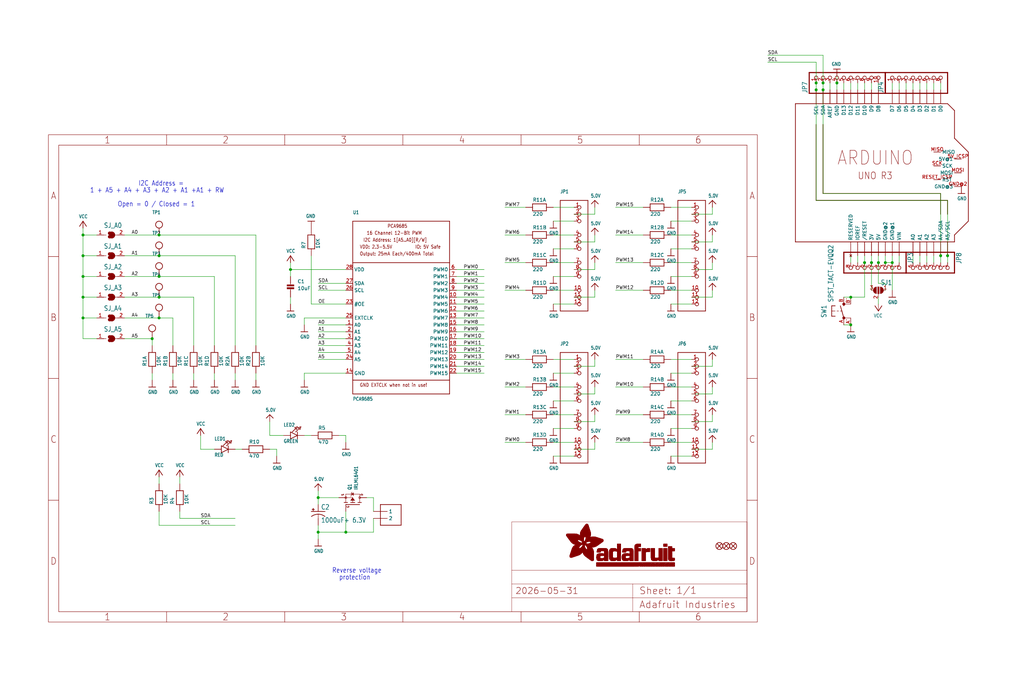
<source format=kicad_sch>
(kicad_sch (version 20230121) (generator eeschema)
  (paper "User" 376.047 248.514)
  (lib_symbols
    (symbol "working-eagle-import:5.0V" (power)
      (property "Value" "5.0V" (at -1.524 3.556 0))
      (symbol "5.0V_1_0"
        (pin power_in line (at 0 0 90) (length 2.54) (name "5.0V") (number "1"))
      )
    )
    (symbol "working-eagle-import:ARDUINO_R3_ICSP"
      (symbol "ARDUINO_R3_ICSP_1_0"
        (text "ARDUINO" (at 15.24 27.94 0) (effects (font (size 5.08 4.318)) (justify left bottom)))
        (text "UNO R3" (at 22.86 22.86 0) (effects (font (size 2.54 2.159)) (justify left bottom)))
        (pin power_in line (at 27.94 -5.08 90) (length 5.08) (name "3V") (number "3V"))
        (pin power_in line (at 30.48 -5.08 90) (length 5.08) (name "5V") (number "5V"))
        (pin passive line (at 60.96 30.48 180) (length 2.54) (name "5V@1") (number "5V_ICSP"))
        (pin bidirectional line (at 43.18 -5.08 90) (length 5.08) (name "A0") (number "A0"))
        (pin bidirectional line (at 45.72 -5.08 90) (length 5.08) (name "A1") (number "A1"))
        (pin bidirectional line (at 48.26 -5.08 90) (length 5.08) (name "A2") (number "A2"))
        (pin bidirectional line (at 50.8 -5.08 90) (length 5.08) (name "A3") (number "A3"))
        (pin bidirectional line (at 53.34 -5.08 90) (length 5.08) (name "A4/SDA") (number "A4"))
        (pin bidirectional line (at 55.88 -5.08 90) (length 5.08) (name "A5/SCL") (number "A5"))
        (pin bidirectional line (at 12.7 55.88 270) (length 5.08) (name "AREF") (number "AREF"))
        (pin bidirectional line (at 53.34 55.88 270) (length 5.08) (name "D0") (number "D0"))
        (pin bidirectional line (at 50.8 55.88 270) (length 5.08) (name "D1") (number "D1"))
        (pin bidirectional line (at 25.4 55.88 270) (length 5.08) (name "D10") (number "D10"))
        (pin bidirectional line (at 22.86 55.88 270) (length 5.08) (name "D11") (number "D11"))
        (pin bidirectional line (at 20.32 55.88 270) (length 5.08) (name "D12") (number "D12"))
        (pin bidirectional line (at 17.78 55.88 270) (length 5.08) (name "D13") (number "D13"))
        (pin bidirectional line (at 48.26 55.88 270) (length 5.08) (name "D2") (number "D2"))
        (pin bidirectional line (at 45.72 55.88 270) (length 5.08) (name "D3") (number "D3"))
        (pin bidirectional line (at 43.18 55.88 270) (length 5.08) (name "D4") (number "D4"))
        (pin bidirectional line (at 40.64 55.88 270) (length 5.08) (name "D5") (number "D5"))
        (pin bidirectional line (at 38.1 55.88 270) (length 5.08) (name "D6") (number "D6"))
        (pin bidirectional line (at 35.56 55.88 270) (length 5.08) (name "D7") (number "D7"))
        (pin bidirectional line (at 30.48 55.88 270) (length 5.08) (name "D8") (number "D8"))
        (pin bidirectional line (at 27.94 55.88 270) (length 5.08) (name "D9") (number "D9"))
        (pin power_in line (at 15.24 55.88 270) (length 5.08) (name "GND") (number "GND"))
        (pin power_in line (at 33.02 -5.08 90) (length 5.08) (name "GND@2") (number "GND@1"))
        (pin passive line (at 60.96 20.32 180) (length 2.54) (name "GND@3") (number "GND@2"))
        (pin power_in line (at 35.56 -5.08 90) (length 5.08) (name "GND@1") (number "GND@3"))
        (pin output line (at 22.86 -5.08 90) (length 5.08) (name "IOREF") (number "IOREF"))
        (pin passive line (at 50.8 33.02 0) (length 2.54) (name "MISO") (number "MISO"))
        (pin passive line (at 60.96 25.4 180) (length 2.54) (name "MOSI") (number "MOSI"))
        (pin no_connect line (at 20.32 -5.08 90) (length 5.08) (name "RESERVED") (number "RESERVED"))
        (pin bidirectional line (at 25.4 -5.08 90) (length 5.08) (name "/RESET") (number "RESET"))
        (pin passive line (at 50.8 22.86 0) (length 2.54) (name "RST") (number "RESET_ICSP"))
        (pin passive line (at 50.8 27.94 0) (length 2.54) (name "SCK") (number "SCK"))
        (pin bidirectional line (at 7.62 55.88 270) (length 5.08) (name "SCL") (number "SCL"))
        (pin bidirectional line (at 10.16 55.88 270) (length 5.08) (name "SDA") (number "SDA"))
        (pin power_in line (at 38.1 -5.08 90) (length 5.08) (name "VIN") (number "VIN"))
      )
    )
    (symbol "working-eagle-import:CAP_CERAMIC0805"
      (property "Reference" "C" (at 2.54 2.54 0))
      (symbol "CAP_CERAMIC0805_1_0"
        (pin passive line (at 0 5.08 270) (length 2.54) (name "P$1") (number "1"))
        (pin passive line (at 0 -2.54 90) (length 2.54) (name "P$2") (number "2"))
      )
    )
    (symbol "working-eagle-import:CPOL-USE3.5-10"
      (property "Reference" "C" (at 1.016 0.635 0))
      (symbol "CPOL-USE3.5-10_1_0"
        (pin passive line (at 0 2.54 270) (length 2.54) (name "+") (number "+"))
        (pin passive line (at 0 -5.08 90) (length 2.54) (name "-") (number "-"))
      )
    )
    (symbol "working-eagle-import:FIDUCIAL{dblquote}{dblquote}")
    (symbol "working-eagle-import:FRAME_A4_ADAFRUIT"
      (symbol "FRAME_A4_ADAFRUIT_1_0"
        (text "${#}/${##}" (at 230.505 10.16 0) (effects (font (size 2.54 2.54)) (justify left bottom)))
        (text "${CURRENT_DATE}" (at 171.45 10.16 0) (effects (font (size 2.286 2.286)) (justify left bottom)))
        (text "${PROJECTNAME}" (at 171.45 15.24 0) (effects (font (size 2.54 2.54)) (justify left bottom)))
        (text "1" (at 21.6958 1.905 0) (effects (font (size 2.54 2.286))))
        (text "1" (at 21.6958 177.165 0) (effects (font (size 2.54 2.286))))
        (text "2" (at 65.0875 1.905 0) (effects (font (size 2.54 2.286))))
        (text "2" (at 65.0875 177.165 0) (effects (font (size 2.54 2.286))))
        (text "3" (at 108.4792 1.905 0) (effects (font (size 2.54 2.286))))
        (text "3" (at 108.4792 177.165 0) (effects (font (size 2.54 2.286))))
        (text "4" (at 151.8708 1.905 0) (effects (font (size 2.54 2.286))))
        (text "4" (at 151.8708 177.165 0) (effects (font (size 2.54 2.286))))
        (text "5" (at 195.2625 1.905 0) (effects (font (size 2.54 2.286))))
        (text "5" (at 195.2625 177.165 0) (effects (font (size 2.54 2.286))))
        (text "6" (at 238.6542 1.905 0) (effects (font (size 2.54 2.286))))
        (text "6" (at 238.6542 177.165 0) (effects (font (size 2.54 2.286))))
        (text "A" (at 1.905 156.6863 0) (effects (font (size 2.54 2.286))))
        (text "A" (at 258.445 156.6863 0) (effects (font (size 2.54 2.286))))
        (text "Adafruit Industries" (at 216.916 4.953 0) (effects (font (size 2.54 2.54)) (justify left bottom)))
        (text "B" (at 1.905 111.9188 0) (effects (font (size 2.54 2.286))))
        (text "B" (at 258.445 111.9188 0) (effects (font (size 2.54 2.286))))
        (text "C" (at 1.905 67.1513 0) (effects (font (size 2.54 2.286))))
        (text "C" (at 258.445 67.1513 0) (effects (font (size 2.54 2.286))))
        (text "D" (at 1.905 22.3838 0) (effects (font (size 2.54 2.286))))
        (text "D" (at 258.445 22.3838 0) (effects (font (size 2.54 2.286))))
        (text "Sheet:" (at 216.916 10.033 0) (effects (font (size 2.54 2.54)) (justify left bottom)))
      )
    )
    (symbol "working-eagle-import:GND" (power)
      (property "Value" "GND" (at -1.524 -2.54 0))
      (symbol "GND_1_0"
        (pin power_in line (at 0 2.54 270) (length 2.54) (name "GND") (number "1"))
      )
    )
    (symbol "working-eagle-import:HEADER-1X1070MIL"
      (property "Reference" "JP" (at -6.35 13.335 0))
      (symbol "HEADER-1X1070MIL_1_0"
        (pin passive inverted (at -2.54 10.16 0) (length 2.54) (name "1") (number "1"))
        (pin passive inverted (at -2.54 -12.7 0) (length 2.54) (name "10") (number "10"))
        (pin passive inverted (at -2.54 7.62 0) (length 2.54) (name "2") (number "2"))
        (pin passive inverted (at -2.54 5.08 0) (length 2.54) (name "3") (number "3"))
        (pin passive inverted (at -2.54 2.54 0) (length 2.54) (name "4") (number "4"))
        (pin passive inverted (at -2.54 0 0) (length 2.54) (name "5") (number "5"))
        (pin passive inverted (at -2.54 -2.54 0) (length 2.54) (name "6") (number "6"))
        (pin passive inverted (at -2.54 -5.08 0) (length 2.54) (name "7") (number "7"))
        (pin passive inverted (at -2.54 -7.62 0) (length 2.54) (name "8") (number "8"))
        (pin passive inverted (at -2.54 -10.16 0) (length 2.54) (name "9") (number "9"))
      )
    )
    (symbol "working-eagle-import:HEADER-3X04"
      (property "Reference" "JP" (at -5.08 22.86 0))
      (symbol "HEADER-3X04_1_0"
        (pin passive inverted (at 0 17.78 0) (length 2.54) (name "1") (number "1"))
        (pin passive inverted (at 0 -12.7 0) (length 2.54) (name "10") (number "10"))
        (pin passive inverted (at 0 -15.24 0) (length 2.54) (name "11") (number "11"))
        (pin passive inverted (at 0 -17.78 0) (length 2.54) (name "12") (number "12"))
        (pin passive inverted (at 0 15.24 0) (length 2.54) (name "2") (number "2"))
        (pin passive inverted (at 0 12.7 0) (length 2.54) (name "3") (number "3"))
        (pin passive inverted (at 0 7.62 0) (length 2.54) (name "4") (number "4"))
        (pin passive inverted (at 0 5.08 0) (length 2.54) (name "5") (number "5"))
        (pin passive inverted (at 0 2.54 0) (length 2.54) (name "6") (number "6"))
        (pin passive inverted (at 0 -2.54 0) (length 2.54) (name "7") (number "7"))
        (pin passive inverted (at 0 -5.08 0) (length 2.54) (name "8") (number "8"))
        (pin passive inverted (at 0 -7.62 0) (length 2.54) (name "9") (number "9"))
      )
    )
    (symbol "working-eagle-import:LED0805"
      (property "Reference" "LED" (at -5.08 3.175 0))
      (symbol "LED0805_1_0"
        (pin passive line (at -5.08 0 0) (length 2.54) (name "A") (number "A"))
        (pin passive line (at 2.54 0 180) (length 2.54) (name "C") (number "C"))
      )
    )
    (symbol "working-eagle-import:MOSFET-PWIDE"
      (property "Reference" "Q" (at 2.794 0.381 0))
      (symbol "MOSFET-PWIDE_1_0"
        (text "D" (at 0.635 -3.81 0) (effects (font (size 0.8128 0.6908)) (justify left bottom)))
        (text "G" (at -3.81 1.27 0) (effects (font (size 0.8128 0.6908)) (justify left bottom)))
        (text "S" (at 0.635 3.175 0) (effects (font (size 0.8128 0.6908)) (justify left bottom)))
        (pin passive line (at -5.08 2.54 0) (length 2.54) (name "G") (number "1"))
        (pin passive line (at 0 5.08 270) (length 2.54) (name "S") (number "2"))
        (pin passive line (at 0 -5.08 90) (length 2.54) (name "D") (number "3"))
      )
    )
    (symbol "working-eagle-import:PCA9685"
      (property "Reference" "U" (at -17.78 35.56 0))
      (symbol "PCA9685_1_0"
        (text "16 Channel 12-Bit PWM" (at -12.7 27.94 0) (effects (font (size 1.27 1.0795)) (justify left bottom)))
        (text "GND EXTCLK when not in use!" (at -15.24 -27.94 0) (effects (font (size 1.27 1.0795)) (justify left bottom)))
        (text "I2C Address: 1[A5..A0][R/W]" (at -13.97 25.4 0) (effects (font (size 1.27 1.0795)) (justify left bottom)))
        (text "IO: 5V Safe" (at 5.08 22.86 0) (effects (font (size 1.27 1.0795)) (justify left bottom)))
        (text "Output: 25mA Each/400mA Total" (at -15.24 20.32 0) (effects (font (size 1.27 1.0795)) (justify left bottom)))
        (text "PCA9685" (at -5.08 30.48 0) (effects (font (size 1.27 1.0795)) (justify left bottom)))
        (text "VDD: 2.3-5.5V" (at -15.24 22.86 0) (effects (font (size 1.27 1.0795)) (justify left bottom)))
        (pin bidirectional line (at -20.32 -5.08 0) (length 2.54) (name "A0") (number "1"))
        (pin output line (at 20.32 5.08 180) (length 2.54) (name "PWM4") (number "10"))
        (pin output line (at 20.32 2.54 180) (length 2.54) (name "PWM5") (number "11"))
        (pin output line (at 20.32 0 180) (length 2.54) (name "PWM6") (number "12"))
        (pin output line (at 20.32 -2.54 180) (length 2.54) (name "PWM7") (number "13"))
        (pin power_in line (at -20.32 -22.86 0) (length 2.54) (name "GND") (number "14"))
        (pin output line (at 20.32 -5.08 180) (length 2.54) (name "PWM8") (number "15"))
        (pin output line (at 20.32 -7.62 180) (length 2.54) (name "PWM9") (number "16"))
        (pin output line (at 20.32 -10.16 180) (length 2.54) (name "PWM10") (number "17"))
        (pin output line (at 20.32 -12.7 180) (length 2.54) (name "PWM11") (number "18"))
        (pin output line (at 20.32 -15.24 180) (length 2.54) (name "PWM12") (number "19"))
        (pin bidirectional line (at -20.32 -7.62 0) (length 2.54) (name "A1") (number "2"))
        (pin output line (at 20.32 -17.78 180) (length 2.54) (name "PWM13") (number "20"))
        (pin output line (at 20.32 -20.32 180) (length 2.54) (name "PWM14") (number "21"))
        (pin output line (at 20.32 -22.86 180) (length 2.54) (name "PWM15") (number "22"))
        (pin input line (at -20.32 2.54 0) (length 2.54) (name "#OE") (number "23"))
        (pin bidirectional line (at -20.32 -17.78 0) (length 2.54) (name "A5") (number "24"))
        (pin input line (at -20.32 -2.54 0) (length 2.54) (name "EXTCLK") (number "25"))
        (pin bidirectional line (at -20.32 7.62 0) (length 2.54) (name "SCL") (number "26"))
        (pin bidirectional line (at -20.32 10.16 0) (length 2.54) (name "SDA") (number "27"))
        (pin power_in line (at -20.32 15.24 0) (length 2.54) (name "VDD") (number "28"))
        (pin bidirectional line (at -20.32 -10.16 0) (length 2.54) (name "A2") (number "3"))
        (pin bidirectional line (at -20.32 -12.7 0) (length 2.54) (name "A3") (number "4"))
        (pin bidirectional line (at -20.32 -15.24 0) (length 2.54) (name "A4") (number "5"))
        (pin output line (at 20.32 15.24 180) (length 2.54) (name "PWM0") (number "6"))
        (pin output line (at 20.32 12.7 180) (length 2.54) (name "PWM1") (number "7"))
        (pin output line (at 20.32 10.16 180) (length 2.54) (name "PWM2") (number "8"))
        (pin output line (at 20.32 7.62 180) (length 2.54) (name "PWM3") (number "9"))
      )
    )
    (symbol "working-eagle-import:PINHD-1X6CB"
      (property "Reference" "JP" (at -6.35 10.795 0))
      (symbol "PINHD-1X6CB_1_0"
        (pin passive inverted (at -2.54 7.62 0) (length 2.54) (name "1") (number "1"))
        (pin passive inverted (at -2.54 5.08 0) (length 2.54) (name "2") (number "2"))
        (pin passive inverted (at -2.54 2.54 0) (length 2.54) (name "3") (number "3"))
        (pin passive inverted (at -2.54 0 0) (length 2.54) (name "4") (number "4"))
        (pin passive inverted (at -2.54 -2.54 0) (length 2.54) (name "5") (number "5"))
        (pin passive inverted (at -2.54 -5.08 0) (length 2.54) (name "6") (number "6"))
      )
    )
    (symbol "working-eagle-import:PINHD-1X8CLEANBIG"
      (property "Reference" "JP" (at -6.35 10.795 0))
      (symbol "PINHD-1X8CLEANBIG_1_0"
        (pin passive inverted (at -2.54 7.62 0) (length 2.54) (name "1") (number "1"))
        (pin passive inverted (at -2.54 5.08 0) (length 2.54) (name "2") (number "2"))
        (pin passive inverted (at -2.54 2.54 0) (length 2.54) (name "3") (number "3"))
        (pin passive inverted (at -2.54 0 0) (length 2.54) (name "4") (number "4"))
        (pin passive inverted (at -2.54 -2.54 0) (length 2.54) (name "5") (number "5"))
        (pin passive inverted (at -2.54 -5.08 0) (length 2.54) (name "6") (number "6"))
        (pin passive inverted (at -2.54 -7.62 0) (length 2.54) (name "7") (number "7"))
        (pin passive inverted (at -2.54 -10.16 0) (length 2.54) (name "8") (number "8"))
      )
    )
    (symbol "working-eagle-import:RESISTOR0805"
      (property "Reference" "R" (at -2.54 2.032 0))
      (symbol "RESISTOR0805_1_0"
        (pin passive line (at -5.08 0 0) (length 2.54) (name "1") (number "1"))
        (pin passive line (at 5.08 0 180) (length 2.54) (name "2") (number "2"))
      )
    )
    (symbol "working-eagle-import:RESISTOR_4PACK"
      (property "Reference" "R" (at -2.54 2.032 0))
      (symbol "RESISTOR_4PACK_1_0"
        (pin passive line (at -5.08 0 0) (length 2.54) (name "1") (number "1"))
        (pin passive line (at 5.08 0 180) (length 2.54) (name "2") (number "8"))
      )
      (symbol "RESISTOR_4PACK_2_0"
        (pin passive line (at -5.08 0 0) (length 2.54) (name "1") (number "2"))
        (pin passive line (at 5.08 0 180) (length 2.54) (name "2") (number "7"))
      )
      (symbol "RESISTOR_4PACK_3_0"
        (pin passive line (at -5.08 0 0) (length 2.54) (name "1") (number "3"))
        (pin passive line (at 5.08 0 180) (length 2.54) (name "2") (number "6"))
      )
      (symbol "RESISTOR_4PACK_4_0"
        (pin passive line (at -5.08 0 0) (length 2.54) (name "1") (number "4"))
        (pin passive line (at 5.08 0 180) (length 2.54) (name "2") (number "5"))
      )
    )
    (symbol "working-eagle-import:SOLDERJUMPERREFLOW_NOPASTE"
      (property "Reference" "SJ" (at -2.54 2.54 0))
      (symbol "SOLDERJUMPERREFLOW_NOPASTE_1_0"
        (pin passive line (at -5.08 0 0) (length 2.54) (name "1") (number "1"))
        (pin passive line (at 5.08 0 180) (length 2.54) (name "2") (number "2"))
      )
    )
    (symbol "working-eagle-import:SOLDERJUMPER_2WAY"
      (property "Reference" "SJ" (at -5.08 -3.81 0))
      (symbol "SOLDERJUMPER_2WAY_1_0"
        (pin passive line (at -2.54 0 0) (length 0) (name "1") (number "1"))
        (pin passive line (at 0 2.54 270) (length 0) (name "2") (number "2"))
        (pin passive line (at 2.54 0 180) (length 0) (name "3") (number "3"))
      )
    )
    (symbol "working-eagle-import:SPST_TACT-EVQQ2"
      (property "Reference" "SW" (at -6.35 -2.54 90))
      (symbol "SPST_TACT-EVQQ2_1_0"
        (pin passive line (at 0 -5.08 90) (length 2.54) (name "P") (number "A"))
        (pin passive line (at 2.54 -5.08 90) (length 2.54) (name "P1") (number "A'"))
        (pin passive line (at 0 5.08 270) (length 2.54) (name "S") (number "B"))
        (pin passive line (at 2.54 5.08 270) (length 2.54) (name "S1") (number "B'"))
      )
    )
    (symbol "working-eagle-import:TERMBLOCK_1X2-3.5MM"
      (symbol "TERMBLOCK_1X2-3.5MM_1_0"
        (pin passive line (at -5.08 2.54 0) (length 5.08) (name "1") (number "1"))
        (pin passive line (at -5.08 0 0) (length 5.08) (name "2") (number "2"))
      )
    )
    (symbol "working-eagle-import:TESTPOINTROUND2MM"
      (property "Reference" "TP" (at -2.54 7.62 0))
      (symbol "TESTPOINTROUND2MM_1_0"
        (pin bidirectional line (at 0 0 90) (length 2.54) (name "P$1") (number "P$1"))
      )
    )
    (symbol "working-eagle-import:VCC" (power)
      (property "Value" "VCC" (at -1.524 3.556 0))
      (symbol "VCC_1_0"
        (pin power_in line (at 0 0 90) (length 2.54) (name "VCC") (number "1"))
      )
    )
  )
  (junction (at 58.42 101.6))
  (junction (at 312.42 119.38))
  (junction (at 58.42 116.84))
  (junction (at 30.48 93.98))
  (junction (at 307.34 30.48))
  (junction (at 58.42 109.22))
  (junction (at 58.42 86.36))
  (junction (at 345.44 93.98))
  (junction (at 299.72 30.48))
  (junction (at 106.68 99.06))
  (junction (at 127 195.58))
  (junction (at 30.48 116.84))
  (junction (at 347.98 93.98))
  (junction (at 320.04 96.52))
  (junction (at 55.88 124.46))
  (junction (at 30.48 109.22))
  (junction (at 312.42 109.22))
  (junction (at 325.12 96.52))
  (junction (at 116.84 182.88))
  (junction (at 30.48 86.36))
  (junction (at 302.26 30.48))
  (junction (at 30.48 101.6))
  (junction (at 116.84 195.58))
  (junction (at 58.42 93.98))
  (junction (at 299.72 33.02))
  (junction (at 302.26 33.02))
  (junction (at 317.5 96.52))
  (junction (at 327.66 96.52))
  (junction (at 322.58 96.52))
  (wire (pts (xy 320.04 106.68) (xy 320.04 96.52)) (stroke (width 0.1524)))
  (wire (pts (xy 106.68 109.22) (xy 106.68 111.76)) (stroke (width 0.1524)))
  (wire (pts (xy 203.2 152.4) (xy 210.82 152.4)) (stroke (width 0.1524)))
  (wire (pts (xy 210.82 154.94) (xy 218.44 154.94)) (stroke (width 0.1524)))
  (wire (pts (xy 254 111.76) (xy 246.38 111.76)) (stroke (width 0.1524)))
  (wire (pts (xy 93.98 86.36) (xy 93.98 127)) (stroke (width 0.1524)))
  (wire (pts (xy 35.56 116.84) (xy 30.48 116.84)) (stroke (width 0.1524)))
  (wire (pts (xy 127 160.02) (xy 127 162.56)) (stroke (width 0.1524)))
  (wire (pts (xy 127 127) (xy 116.84 127)) (stroke (width 0.1524)))
  (wire (pts (xy 254 109.22) (xy 261.62 109.22)) (stroke (width 0.1524)))
  (wire (pts (xy 127 104.14) (xy 116.84 104.14)) (stroke (width 0.1524)))
  (wire (pts (xy 327.66 96.52) (xy 327.66 93.98)) (stroke (width 0.1524)))
  (wire (pts (xy 167.64 121.92) (xy 177.8 121.92)) (stroke (width 0.1524)))
  (wire (pts (xy 307.34 30.48) (xy 307.34 33.02)) (stroke (width 0.1524)))
  (wire (pts (xy 299.72 33.02) (xy 299.72 73.66)) (stroke (width 0.1524)))
  (wire (pts (xy 127 137.16) (xy 111.76 137.16)) (stroke (width 0.1524)))
  (wire (pts (xy 254 154.94) (xy 261.62 154.94)) (stroke (width 0.1524)))
  (wire (pts (xy 116.84 182.88) (xy 116.84 185.42)) (stroke (width 0.1524)))
  (wire (pts (xy 302.26 71.12) (xy 302.26 33.02)) (stroke (width 0.1524)))
  (wire (pts (xy 30.48 109.22) (xy 30.48 101.6)) (stroke (width 0.1524)))
  (wire (pts (xy 320.04 96.52) (xy 320.04 93.98)) (stroke (width 0.1524)))
  (wire (pts (xy 210.82 144.78) (xy 218.44 144.78)) (stroke (width 0.1524)))
  (wire (pts (xy 203.2 162.56) (xy 210.82 162.56)) (stroke (width 0.1524)))
  (wire (pts (xy 58.42 86.36) (xy 93.98 86.36)) (stroke (width 0.1524)))
  (wire (pts (xy 58.42 177.8) (xy 58.42 175.26)) (stroke (width 0.1524)))
  (wire (pts (xy 203.2 106.68) (xy 210.82 106.68)) (stroke (width 0.1524)))
  (wire (pts (xy 335.28 96.52) (xy 335.28 93.98)) (stroke (width 0.1524)))
  (wire (pts (xy 71.12 109.22) (xy 71.12 127)) (stroke (width 0.1524)))
  (wire (pts (xy 246.38 96.52) (xy 254 96.52)) (stroke (width 0.1524)))
  (wire (pts (xy 167.64 134.62) (xy 177.8 134.62)) (stroke (width 0.1524)))
  (wire (pts (xy 254 137.16) (xy 246.38 137.16)) (stroke (width 0.1524)))
  (wire (pts (xy 340.36 30.48) (xy 340.36 33.02)) (stroke (width 0.1524)))
  (wire (pts (xy 332.74 30.48) (xy 332.74 33.02)) (stroke (width 0.1524)))
  (wire (pts (xy 210.82 157.48) (xy 203.2 157.48)) (stroke (width 0.1524)))
  (wire (pts (xy 114.3 111.76) (xy 114.3 93.98)) (stroke (width 0.1524)))
  (wire (pts (xy 309.88 30.48) (xy 309.88 33.02)) (stroke (width 0.1524)))
  (wire (pts (xy 45.72 93.98) (xy 58.42 93.98)) (stroke (width 0.1524)))
  (wire (pts (xy 304.8 30.48) (xy 304.8 33.02)) (stroke (width 0.1524)))
  (wire (pts (xy 134.62 182.88) (xy 137.16 182.88)) (stroke (width 0.1524)))
  (wire (pts (xy 111.76 160.02) (xy 114.3 160.02)) (stroke (width 0.1524)))
  (wire (pts (xy 45.72 116.84) (xy 58.42 116.84)) (stroke (width 0.1524)))
  (wire (pts (xy 127 106.68) (xy 116.84 106.68)) (stroke (width 0.1524)))
  (wire (pts (xy 55.88 124.46) (xy 55.88 127)) (stroke (width 0.1524)))
  (wire (pts (xy 312.42 30.48) (xy 312.42 33.02)) (stroke (width 0.1524)))
  (wire (pts (xy 127 129.54) (xy 116.84 129.54)) (stroke (width 0.1524)))
  (wire (pts (xy 193.04 106.68) (xy 185.42 106.68)) (stroke (width 0.1524)))
  (wire (pts (xy 246.38 76.2) (xy 254 76.2)) (stroke (width 0.1524)))
  (wire (pts (xy 86.36 193.04) (xy 58.42 193.04)) (stroke (width 0.1524)))
  (wire (pts (xy 203.2 86.36) (xy 210.82 86.36)) (stroke (width 0.1524)))
  (wire (pts (xy 299.72 22.86) (xy 281.94 22.86)) (stroke (width 0.1524)))
  (wire (pts (xy 317.5 30.48) (xy 317.5 33.02)) (stroke (width 0.1524)))
  (wire (pts (xy 35.56 109.22) (xy 30.48 109.22)) (stroke (width 0.1524)))
  (wire (pts (xy 193.04 152.4) (xy 185.42 152.4)) (stroke (width 0.1524)))
  (wire (pts (xy 322.58 104.14) (xy 325.12 104.14)) (stroke (width 0.1524)))
  (wire (pts (xy 314.96 30.48) (xy 314.96 33.02)) (stroke (width 0.1524)))
  (wire (pts (xy 330.2 30.48) (xy 330.2 33.02)) (stroke (width 0.1524)))
  (wire (pts (xy 327.66 30.48) (xy 327.66 33.02)) (stroke (width 0.1524)))
  (wire (pts (xy 58.42 93.98) (xy 86.36 93.98)) (stroke (width 0.1524)))
  (wire (pts (xy 167.64 114.3) (xy 177.8 114.3)) (stroke (width 0.1524)))
  (wire (pts (xy 236.22 152.4) (xy 226.06 152.4)) (stroke (width 0.1524)))
  (wire (pts (xy 127 195.58) (xy 137.16 195.58)) (stroke (width 0.1524)))
  (wire (pts (xy 345.44 71.12) (xy 302.26 71.12)) (stroke (width 0.1524)))
  (wire (pts (xy 325.12 96.52) (xy 327.66 96.52)) (stroke (width 0.1524)))
  (wire (pts (xy 314.96 96.52) (xy 314.96 93.98)) (stroke (width 0.1524)))
  (wire (pts (xy 246.38 106.68) (xy 254 106.68)) (stroke (width 0.1524)))
  (wire (pts (xy 254 101.6) (xy 246.38 101.6)) (stroke (width 0.1524)))
  (wire (pts (xy 193.04 96.52) (xy 185.42 96.52)) (stroke (width 0.1524)))
  (wire (pts (xy 218.44 165.1) (xy 218.44 162.56)) (stroke (width 0.1524)))
  (wire (pts (xy 30.48 101.6) (xy 30.48 93.98)) (stroke (width 0.1524)))
  (wire (pts (xy 101.6 165.1) (xy 101.6 167.64)) (stroke (width 0.1524)))
  (wire (pts (xy 45.72 101.6) (xy 58.42 101.6)) (stroke (width 0.1524)))
  (wire (pts (xy 218.44 134.62) (xy 218.44 132.08)) (stroke (width 0.1524)))
  (wire (pts (xy 312.42 109.22) (xy 317.5 109.22)) (stroke (width 0.1524)))
  (wire (pts (xy 167.64 116.84) (xy 177.8 116.84)) (stroke (width 0.1524)))
  (wire (pts (xy 167.64 109.22) (xy 177.8 109.22)) (stroke (width 0.1524)))
  (wire (pts (xy 218.44 154.94) (xy 218.44 152.4)) (stroke (width 0.1524)))
  (wire (pts (xy 106.68 99.06) (xy 106.68 101.6)) (stroke (width 0.1524)))
  (wire (pts (xy 320.04 30.48) (xy 320.04 33.02)) (stroke (width 0.1524)))
  (wire (pts (xy 127 187.96) (xy 127 195.58)) (stroke (width 0.1524)))
  (wire (pts (xy 193.04 132.08) (xy 185.42 132.08)) (stroke (width 0.1524)))
  (wire (pts (xy 45.72 86.36) (xy 58.42 86.36)) (stroke (width 0.1524)))
  (wire (pts (xy 299.72 30.48) (xy 299.72 33.02)) (stroke (width 0.1524)))
  (wire (pts (xy 35.56 93.98) (xy 30.48 93.98)) (stroke (width 0.1524)))
  (wire (pts (xy 246.38 142.24) (xy 254 142.24)) (stroke (width 0.1524)))
  (wire (pts (xy 218.44 144.78) (xy 218.44 142.24)) (stroke (width 0.1524)))
  (wire (pts (xy 337.82 30.48) (xy 337.82 33.02)) (stroke (width 0.1524)))
  (wire (pts (xy 210.82 91.44) (xy 203.2 91.44)) (stroke (width 0.1524)))
  (wire (pts (xy 86.36 165.1) (xy 88.9 165.1)) (stroke (width 0.1524)))
  (wire (pts (xy 261.62 99.06) (xy 261.62 96.52)) (stroke (width 0.1524)))
  (wire (pts (xy 322.58 111.76) (xy 322.58 109.22)) (stroke (width 0.1524)))
  (wire (pts (xy 340.36 96.52) (xy 340.36 93.98)) (stroke (width 0.1524)))
  (wire (pts (xy 210.82 101.6) (xy 203.2 101.6)) (stroke (width 0.1524)))
  (wire (pts (xy 246.38 132.08) (xy 254 132.08)) (stroke (width 0.1524)))
  (wire (pts (xy 99.06 160.02) (xy 99.06 154.94)) (stroke (width 0.1524)))
  (wire (pts (xy 63.5 137.16) (xy 63.5 139.7)) (stroke (width 0.1524)))
  (wire (pts (xy 246.38 162.56) (xy 254 162.56)) (stroke (width 0.1524)))
  (wire (pts (xy 254 134.62) (xy 261.62 134.62)) (stroke (width 0.1524)))
  (wire (pts (xy 116.84 180.34) (xy 116.84 182.88)) (stroke (width 0.1524)))
  (wire (pts (xy 210.82 111.76) (xy 203.2 111.76)) (stroke (width 0.1524)))
  (wire (pts (xy 167.64 129.54) (xy 177.8 129.54)) (stroke (width 0.1524)))
  (wire (pts (xy 203.2 132.08) (xy 210.82 132.08)) (stroke (width 0.1524)))
  (wire (pts (xy 254 91.44) (xy 246.38 91.44)) (stroke (width 0.1524)))
  (wire (pts (xy 66.04 177.8) (xy 66.04 175.26)) (stroke (width 0.1524)))
  (wire (pts (xy 106.68 99.06) (xy 127 99.06)) (stroke (width 0.1524)))
  (wire (pts (xy 236.22 76.2) (xy 226.06 76.2)) (stroke (width 0.1524)))
  (wire (pts (xy 30.48 86.36) (xy 30.48 83.82)) (stroke (width 0.1524)))
  (wire (pts (xy 86.36 137.16) (xy 86.36 139.7)) (stroke (width 0.1524)))
  (wire (pts (xy 335.28 30.48) (xy 335.28 33.02)) (stroke (width 0.1524)))
  (wire (pts (xy 210.82 78.74) (xy 218.44 78.74)) (stroke (width 0.1524)))
  (wire (pts (xy 322.58 30.48) (xy 322.58 33.02)) (stroke (width 0.1524)))
  (wire (pts (xy 261.62 109.22) (xy 261.62 106.68)) (stroke (width 0.1524)))
  (wire (pts (xy 167.64 137.16) (xy 177.8 137.16)) (stroke (width 0.1524)))
  (wire (pts (xy 236.22 142.24) (xy 226.06 142.24)) (stroke (width 0.1524)))
  (wire (pts (xy 193.04 162.56) (xy 185.42 162.56)) (stroke (width 0.1524)))
  (wire (pts (xy 210.82 109.22) (xy 218.44 109.22)) (stroke (width 0.1524)))
  (wire (pts (xy 55.88 137.16) (xy 55.88 139.7)) (stroke (width 0.1524)))
  (wire (pts (xy 325.12 104.14) (xy 325.12 106.68)) (stroke (width 0.1524)))
  (wire (pts (xy 58.42 193.04) (xy 58.42 187.96)) (stroke (width 0.1524)))
  (wire (pts (xy 116.84 195.58) (xy 127 195.58)) (stroke (width 0.1524)))
  (wire (pts (xy 261.62 88.9) (xy 261.62 86.36)) (stroke (width 0.1524)))
  (wire (pts (xy 71.12 137.16) (xy 71.12 139.7)) (stroke (width 0.1524)))
  (wire (pts (xy 167.64 127) (xy 177.8 127)) (stroke (width 0.1524)))
  (wire (pts (xy 116.84 193.04) (xy 116.84 195.58)) (stroke (width 0.1524)))
  (wire (pts (xy 347.98 96.52) (xy 347.98 93.98)) (stroke (width 0.1524)))
  (wire (pts (xy 45.72 109.22) (xy 58.42 109.22)) (stroke (width 0.1524)))
  (wire (pts (xy 116.84 195.58) (xy 116.84 198.12)) (stroke (width 0.1524)))
  (wire (pts (xy 210.82 88.9) (xy 218.44 88.9)) (stroke (width 0.1524)))
  (wire (pts (xy 254 167.64) (xy 246.38 167.64)) (stroke (width 0.1524)))
  (wire (pts (xy 236.22 86.36) (xy 226.06 86.36)) (stroke (width 0.1524)))
  (wire (pts (xy 35.56 101.6) (xy 30.48 101.6)) (stroke (width 0.1524)))
  (wire (pts (xy 218.44 99.06) (xy 218.44 96.52)) (stroke (width 0.1524)))
  (wire (pts (xy 127 132.08) (xy 116.84 132.08)) (stroke (width 0.1524)))
  (wire (pts (xy 246.38 152.4) (xy 254 152.4)) (stroke (width 0.1524)))
  (wire (pts (xy 254 157.48) (xy 246.38 157.48)) (stroke (width 0.1524)))
  (wire (pts (xy 45.72 124.46) (xy 55.88 124.46)) (stroke (width 0.1524)))
  (wire (pts (xy 124.46 182.88) (xy 116.84 182.88)) (stroke (width 0.1524)))
  (wire (pts (xy 322.58 96.52) (xy 322.58 93.98)) (stroke (width 0.1524)))
  (wire (pts (xy 312.42 96.52) (xy 312.42 93.98)) (stroke (width 0.1524)))
  (wire (pts (xy 327.66 106.68) (xy 327.66 96.52)) (stroke (width 0.1524)))
  (wire (pts (xy 236.22 162.56) (xy 226.06 162.56)) (stroke (width 0.1524)))
  (wire (pts (xy 124.46 160.02) (xy 127 160.02)) (stroke (width 0.1524)))
  (wire (pts (xy 210.82 81.28) (xy 203.2 81.28)) (stroke (width 0.1524)))
  (wire (pts (xy 302.26 20.32) (xy 281.94 20.32)) (stroke (width 0.1524)))
  (wire (pts (xy 261.62 165.1) (xy 261.62 162.56)) (stroke (width 0.1524)))
  (wire (pts (xy 167.64 132.08) (xy 177.8 132.08)) (stroke (width 0.1524)))
  (wire (pts (xy 167.64 101.6) (xy 177.8 101.6)) (stroke (width 0.1524)))
  (wire (pts (xy 78.74 137.16) (xy 78.74 139.7)) (stroke (width 0.1524)))
  (wire (pts (xy 342.9 96.52) (xy 342.9 93.98)) (stroke (width 0.1524)))
  (wire (pts (xy 86.36 190.5) (xy 66.04 190.5)) (stroke (width 0.1524)))
  (wire (pts (xy 111.76 137.16) (xy 111.76 139.7)) (stroke (width 0.1524)))
  (wire (pts (xy 167.64 106.68) (xy 177.8 106.68)) (stroke (width 0.1524)))
  (wire (pts (xy 111.76 116.84) (xy 111.76 119.38)) (stroke (width 0.1524)))
  (wire (pts (xy 254 88.9) (xy 261.62 88.9)) (stroke (width 0.1524)))
  (wire (pts (xy 309.88 109.22) (xy 312.42 109.22)) (stroke (width 0.1524)))
  (wire (pts (xy 302.26 30.48) (xy 302.26 33.02)) (stroke (width 0.1524)))
  (wire (pts (xy 317.5 109.22) (xy 317.5 96.52)) (stroke (width 0.1524)))
  (wire (pts (xy 210.82 165.1) (xy 218.44 165.1)) (stroke (width 0.1524)))
  (wire (pts (xy 127 121.92) (xy 116.84 121.92)) (stroke (width 0.1524)))
  (wire (pts (xy 78.74 101.6) (xy 78.74 127)) (stroke (width 0.1524)))
  (wire (pts (xy 299.72 30.48) (xy 299.72 22.86)) (stroke (width 0.1524)))
  (wire (pts (xy 127 119.38) (xy 116.84 119.38)) (stroke (width 0.1524)))
  (wire (pts (xy 35.56 86.36) (xy 30.48 86.36)) (stroke (width 0.1524)))
  (wire (pts (xy 93.98 137.16) (xy 93.98 139.7)) (stroke (width 0.1524)))
  (wire (pts (xy 345.44 30.48) (xy 345.44 33.02)) (stroke (width 0.1524)))
  (wire (pts (xy 210.82 147.32) (xy 203.2 147.32)) (stroke (width 0.1524)))
  (wire (pts (xy 203.2 96.52) (xy 210.82 96.52)) (stroke (width 0.1524)))
  (wire (pts (xy 236.22 96.52) (xy 226.06 96.52)) (stroke (width 0.1524)))
  (wire (pts (xy 345.44 96.52) (xy 345.44 93.98)) (stroke (width 0.1524)))
  (wire (pts (xy 167.64 119.38) (xy 177.8 119.38)) (stroke (width 0.1524)))
  (wire (pts (xy 236.22 132.08) (xy 226.06 132.08)) (stroke (width 0.1524)))
  (wire (pts (xy 30.48 93.98) (xy 30.48 86.36)) (stroke (width 0.1524)))
  (wire (pts (xy 236.22 106.68) (xy 226.06 106.68)) (stroke (width 0.1524)))
  (wire (pts (xy 322.58 96.52) (xy 322.58 104.14)) (stroke (width 0.1524)))
  (wire (pts (xy 66.04 190.5) (xy 66.04 187.96)) (stroke (width 0.1524)))
  (wire (pts (xy 167.64 124.46) (xy 177.8 124.46)) (stroke (width 0.1524)))
  (wire (pts (xy 193.04 76.2) (xy 185.42 76.2)) (stroke (width 0.1524)))
  (wire (pts (xy 137.16 195.58) (xy 137.16 190.5)) (stroke (width 0.1524)))
  (wire (pts (xy 203.2 76.2) (xy 210.82 76.2)) (stroke (width 0.1524)))
  (wire (pts (xy 73.66 165.1) (xy 78.74 165.1)) (stroke (width 0.1524)))
  (wire (pts (xy 342.9 30.48) (xy 342.9 33.02)) (stroke (width 0.1524)))
  (wire (pts (xy 254 99.06) (xy 261.62 99.06)) (stroke (width 0.1524)))
  (wire (pts (xy 254 81.28) (xy 246.38 81.28)) (stroke (width 0.1524)))
  (wire (pts (xy 30.48 116.84) (xy 30.48 109.22)) (stroke (width 0.1524)))
  (wire (pts (xy 99.06 165.1) (xy 101.6 165.1)) (stroke (width 0.1524)))
  (wire (pts (xy 254 147.32) (xy 246.38 147.32)) (stroke (width 0.1524)))
  (wire (pts (xy 218.44 109.22) (xy 218.44 106.68)) (stroke (width 0.1524)))
  (wire (pts (xy 337.82 96.52) (xy 337.82 93.98)) (stroke (width 0.1524)))
  (wire (pts (xy 299.72 73.66) (xy 347.98 73.66)) (stroke (width 0.1524)))
  (wire (pts (xy 30.48 124.46) (xy 30.48 116.84)) (stroke (width 0.1524)))
  (wire (pts (xy 167.64 111.76) (xy 177.8 111.76)) (stroke (width 0.1524)))
  (wire (pts (xy 254 165.1) (xy 261.62 165.1)) (stroke (width 0.1524)))
  (wire (pts (xy 58.42 101.6) (xy 78.74 101.6)) (stroke (width 0.1524)))
  (wire (pts (xy 73.66 165.1) (xy 73.66 160.02)) (stroke (width 0.1524)))
  (wire (pts (xy 261.62 78.74) (xy 261.62 76.2)) (stroke (width 0.1524)))
  (wire (pts (xy 127 111.76) (xy 114.3 111.76)) (stroke (width 0.1524)))
  (wire (pts (xy 210.82 167.64) (xy 203.2 167.64)) (stroke (width 0.1524)))
  (wire (pts (xy 312.42 119.38) (xy 309.88 119.38)) (stroke (width 0.1524)))
  (wire (pts (xy 185.42 86.36) (xy 193.04 86.36)) (stroke (width 0.1524)))
  (wire (pts (xy 99.06 160.02) (xy 104.14 160.02)) (stroke (width 0.1524)))
  (wire (pts (xy 218.44 88.9) (xy 218.44 86.36)) (stroke (width 0.1524)))
  (wire (pts (xy 302.26 30.48) (xy 302.26 20.32)) (stroke (width 0.1524)))
  (wire (pts (xy 325.12 96.52) (xy 325.12 93.98)) (stroke (width 0.1524)))
  (wire (pts (xy 254 144.78) (xy 261.62 144.78)) (stroke (width 0.1524)))
  (wire (pts (xy 86.36 93.98) (xy 86.36 127)) (stroke (width 0.1524)))
  (wire (pts (xy 58.42 109.22) (xy 71.12 109.22)) (stroke (width 0.1524)))
  (wire (pts (xy 347.98 73.66) (xy 347.98 93.98)) (stroke (width 0.1524)))
  (wire (pts (xy 261.62 144.78) (xy 261.62 142.24)) (stroke (width 0.1524)))
  (wire (pts (xy 317.5 96.52) (xy 317.5 93.98)) (stroke (width 0.1524)))
  (wire (pts (xy 63.5 116.84) (xy 63.5 127)) (stroke (width 0.1524)))
  (wire (pts (xy 261.62 134.62) (xy 261.62 132.08)) (stroke (width 0.1524)))
  (wire (pts (xy 106.68 96.52) (xy 106.68 99.06)) (stroke (width 0.1524)))
  (wire (pts (xy 167.64 99.06) (xy 177.8 99.06)) (stroke (width 0.1524)))
  (wire (pts (xy 203.2 142.24) (xy 210.82 142.24)) (stroke (width 0.1524)))
  (wire (pts (xy 345.44 93.98) (xy 345.44 71.12)) (stroke (width 0.1524)))
  (wire (pts (xy 254 78.74) (xy 261.62 78.74)) (stroke (width 0.1524)))
  (wire (pts (xy 210.82 99.06) (xy 218.44 99.06)) (stroke (width 0.1524)))
  (wire (pts (xy 58.42 116.84) (xy 63.5 116.84)) (stroke (width 0.1524)))
  (wire (pts (xy 35.56 124.46) (xy 30.48 124.46)) (stroke (width 0.1524)))
  (wire (pts (xy 127 124.46) (xy 116.84 124.46)) (stroke (width 0.1524)))
  (wire (pts (xy 167.64 104.14) (xy 177.8 104.14)) (stroke (width 0.1524)))
  (wire (pts (xy 210.82 137.16) (xy 203.2 137.16)) (stroke (width 0.1524)))
  (wire (pts (xy 246.38 86.36) (xy 254 86.36)) (stroke (width 0.1524)))
  (wire (pts (xy 218.44 78.74) (xy 218.44 76.2)) (stroke (width 0.1524)))
  (wire (pts (xy 307.34 30.48) (xy 307.34 27.94)) (stroke (width 0.1524)))
  (wire (pts (xy 210.82 134.62) (xy 218.44 134.62)) (stroke (width 0.1524)))
  (wire (pts (xy 193.04 142.24) (xy 185.42 142.24)) (stroke (width 0.1524)))
  (wire (pts (xy 137.16 182.88) (xy 137.16 187.96)) (stroke (width 0.1524)))
  (wire (pts (xy 261.62 154.94) (xy 261.62 152.4)) (stroke (width 0.1524)))
  (wire (pts (xy 127 116.84) (xy 111.76 116.84)) (stroke (width 0.1524)))
  (wire (pts (xy 330.2 96.52) (xy 330.2 93.98)) (stroke (width 0.1524)))
  (text "I2C Address =" (at 50.8 68.58 0) (effects (font (size 1.778 1.5113)) (justify left bottom)))
  (text "1 + A5 + A4 + A3 + A2 + A1 +A1 + RW" (at 33.02 71.12 0) (effects (font (size 1.778 1.5113)) (justify left bottom)))
  (text "protection" (at 124.46 213.36 0) (effects (font (size 1.778 1.5113)) (justify left bottom)))
  (text "Open = 0 / Closed = 1" (at 43.18 76.2 0) (effects (font (size 1.778 1.5113)) (justify left bottom)))
  (text "Reverse voltage" (at 121.92 210.82 0) (effects (font (size 1.778 1.5113)) (justify left bottom)))
  (label "SCL" (at 281.94 22.86 0) (effects (font (size 1.2446 1.2446))))
  (label "PWM3" (at 170.18 106.68 0) (effects (font (size 1.2446 1.2446))))
  (label "A3" (at 116.84 127 0) (effects (font (size 1.2446 1.2446))))
  (label "PWM10" (at 226.06 142.24 0) (effects (font (size 1.2446 1.2446))))
  (label "A2" (at 116.84 124.46 0) (effects (font (size 1.2446 1.2446))))
  (label "PWM7" (at 185.42 76.2 0) (effects (font (size 1.2446 1.2446))))
  (label "A5" (at 48.26 124.46 0) (effects (font (size 1.2446 1.2446))))
  (label "PWM10" (at 170.18 124.46 0) (effects (font (size 1.2446 1.2446))))
  (label "PWM0" (at 185.42 162.56 0) (effects (font (size 1.2446 1.2446))))
  (label "PWM6" (at 170.18 114.3 0) (effects (font (size 1.2446 1.2446))))
  (label "PWM12" (at 226.06 106.68 0) (effects (font (size 1.2446 1.2446))))
  (label "A4" (at 116.84 129.54 0) (effects (font (size 1.2446 1.2446))))
  (label "A3" (at 48.26 109.22 0) (effects (font (size 1.2446 1.2446))))
  (label "SCL" (at 73.66 193.04 0) (effects (font (size 1.2446 1.2446))))
  (label "A1" (at 48.26 93.98 0) (effects (font (size 1.2446 1.2446))))
  (label "A0" (at 116.84 119.38 0) (effects (font (size 1.2446 1.2446))))
  (label "A5" (at 116.84 132.08 0) (effects (font (size 1.2446 1.2446))))
  (label "PWM1" (at 170.18 101.6 0) (effects (font (size 1.2446 1.2446))))
  (label "A2" (at 48.26 101.6 0) (effects (font (size 1.2446 1.2446))))
  (label "PWM11" (at 170.18 127 0) (effects (font (size 1.2446 1.2446))))
  (label "PWM14" (at 226.06 86.36 0) (effects (font (size 1.2446 1.2446))))
  (label "PWM5" (at 185.42 96.52 0) (effects (font (size 1.2446 1.2446))))
  (label "A0" (at 48.26 86.36 0) (effects (font (size 1.2446 1.2446))))
  (label "PWM3" (at 185.42 132.08 0) (effects (font (size 1.2446 1.2446))))
  (label "PWM11" (at 226.06 132.08 0) (effects (font (size 1.2446 1.2446))))
  (label "PWM0" (at 170.18 99.06 0) (effects (font (size 1.2446 1.2446))))
  (label "PWM14" (at 170.18 134.62 0) (effects (font (size 1.2446 1.2446))))
  (label "PWM15" (at 226.06 76.2 0) (effects (font (size 1.2446 1.2446))))
  (label "PWM7" (at 170.18 116.84 0) (effects (font (size 1.2446 1.2446))))
  (label "PWM12" (at 170.18 129.54 0) (effects (font (size 1.2446 1.2446))))
  (label "A1" (at 116.84 121.92 0) (effects (font (size 1.2446 1.2446))))
  (label "PWM1" (at 185.42 152.4 0) (effects (font (size 1.2446 1.2446))))
  (label "PWM13" (at 226.06 96.52 0) (effects (font (size 1.2446 1.2446))))
  (label "PWM2" (at 185.42 142.24 0) (effects (font (size 1.2446 1.2446))))
  (label "A4" (at 48.26 116.84 0) (effects (font (size 1.2446 1.2446))))
  (label "PWM4" (at 170.18 109.22 0) (effects (font (size 1.2446 1.2446))))
  (label "SDA" (at 116.84 104.14 0) (effects (font (size 1.2446 1.2446))))
  (label "SCL" (at 116.84 106.68 0) (effects (font (size 1.2446 1.2446))))
  (label "OE" (at 116.84 111.76 0) (effects (font (size 1.2446 1.2446))))
  (label "PWM6" (at 185.42 86.36 0) (effects (font (size 1.2446 1.2446))))
  (label "PWM5" (at 170.18 111.76 0) (effects (font (size 1.2446 1.2446))))
  (label "PWM8" (at 226.06 162.56 0) (effects (font (size 1.2446 1.2446))))
  (label "PWM4" (at 185.42 106.68 0) (effects (font (size 1.2446 1.2446))))
  (label "PWM8" (at 170.18 119.38 0) (effects (font (size 1.2446 1.2446))))
  (label "PWM9" (at 170.18 121.92 0) (effects (font (size 1.2446 1.2446))))
  (label "SDA" (at 73.66 190.5 0) (effects (font (size 1.2446 1.2446))))
  (label "PWM15" (at 170.18 137.16 0) (effects (font (size 1.2446 1.2446))))
  (label "PWM9" (at 226.06 152.4 0) (effects (font (size 1.2446 1.2446))))
  (label "PWM2" (at 170.18 104.14 0) (effects (font (size 1.2446 1.2446))))
  (label "PWM13" (at 170.18 132.08 0) (effects (font (size 1.2446 1.2446))))
  (label "SDA" (at 281.94 20.32 0) (effects (font (size 1.2446 1.2446))))
  (symbol (lib_id "working-eagle-import:SOLDERJUMPER_2WAY") (at 322.58 106.68 180) (unit 1)
    (property "Reference" "SJ1" (at 327.66 102.87 0) (effects (font (size 1.778 1.5113)) (justify left bottom)))
    (property "Value" "SOLDERJUMPER_2WAY" (effects hide))
    (property "Footprint" "working:SOLDERJUMPER_2WAY_OPEN_NOPASTE" (effects hide))
  )
  (symbol (lib_id "working-eagle-import:RESISTOR_4PACK") (at 198.12 132.08 0) (unit 1)
    (property "Reference" "R13" (at 195.58 130.048 0) (effects (justify left bottom)))
    (property "Value" "220" (at 195.58 135.255 0) (effects (justify left bottom)))
    (property "Footprint" "working:RESPACK_4X0603" (effects hide))
  )
  (symbol (lib_id "working-eagle-import:RESISTOR0805") (at 119.38 160.02 0) (unit 1)
    (property "Reference" "R5" (at 116.84 157.988 0) (effects (justify left bottom)))
    (property "Value" "470" (at 116.84 163.195 0) (effects (justify left bottom)))
    (property "Footprint" "working:0805" (effects hide))
  )
  (symbol (lib_id "working-eagle-import:FIDUCIAL{dblquote}{dblquote}") (at 266.7 200.66 0) (unit 1)
    (property "Reference" "FID2" (effects hide))
    (property "Value" "FIDUCIAL{dblquote}{dblquote}" (effects hide))
    (property "Footprint" "working:FIDUCIAL_1MM" (effects hide))
  )
  (symbol (lib_id "working-eagle-import:RESISTOR_4PACK") (at 241.3 162.56 0) (unit 4)
    (property "Reference" "R14" (at 238.76 160.528 0) (effects (justify left bottom)))
    (property "Value" "220" (at 238.76 165.735 0) (effects (justify left bottom)))
    (property "Footprint" "working:RESPACK_4X0603" (effects hide))
  )
  (symbol (lib_id "working-eagle-import:SOLDERJUMPERREFLOW_NOPASTE") (at 40.64 86.36 0) (unit 1)
    (property "Reference" "SJ_A0" (at 38.1 83.82 0) (effects (font (size 1.778 1.5113)) (justify left bottom)))
    (property "Value" "SOLDERJUMPERREFLOW_NOPASTE" (effects hide))
    (property "Footprint" "working:SOLDERJUMPER_REFLOW_NOPASTE" (effects hide))
  )
  (symbol (lib_id "working-eagle-import:RESISTOR_4PACK") (at 198.12 86.36 0) (unit 2)
    (property "Reference" "R11" (at 195.58 84.328 0) (effects (justify left bottom)))
    (property "Value" "220" (at 195.58 89.535 0) (effects (justify left bottom)))
    (property "Footprint" "working:RESPACK_4X0603" (effects hide))
  )
  (symbol (lib_id "working-eagle-import:5.0V") (at 218.44 96.52 0) (unit 1)
    (property "Reference" "#U$4" (effects hide))
    (property "Value" "5.0V" (at 216.916 92.964 0) (effects (font (size 1.27 1.0795)) (justify left bottom)))
  )
  (symbol (lib_id "working-eagle-import:RESISTOR_4PACK") (at 241.3 86.36 0) (unit 2)
    (property "Reference" "R12" (at 238.76 84.328 0) (effects (justify left bottom)))
    (property "Value" "220" (at 238.76 89.535 0) (effects (justify left bottom)))
    (property "Footprint" "working:RESPACK_4X0603" (effects hide))
  )
  (symbol (lib_id "working-eagle-import:RESISTOR_4PACK") (at 198.12 162.56 0) (unit 4)
    (property "Reference" "R13" (at 195.58 160.528 0) (effects (justify left bottom)))
    (property "Value" "220" (at 195.58 165.735 0) (effects (justify left bottom)))
    (property "Footprint" "working:RESPACK_4X0603" (effects hide))
  )
  (symbol (lib_id "working-eagle-import:5.0V") (at 116.84 180.34 0) (unit 1)
    (property "Reference" "#U$45" (effects hide))
    (property "Value" "5.0V" (at 115.316 176.784 0) (effects (font (size 1.27 1.0795)) (justify left bottom)))
  )
  (symbol (lib_id "working-eagle-import:GND") (at 86.36 142.24 0) (unit 1)
    (property "Reference" "#U$40" (effects hide))
    (property "Value" "GND" (at 84.836 144.78 0) (effects (font (size 1.27 1.0795)) (justify left bottom)))
  )
  (symbol (lib_id "working-eagle-import:PINHD-1X8CLEANBIG") (at 335.28 27.94 90) (unit 1)
    (property "Reference" "JP4" (at 324.485 34.29 0) (effects (font (size 1.778 1.5113)) (justify left bottom)))
    (property "Value" "PINHD-1X8CLEANBIG" (effects hide))
    (property "Footprint" "working:1X08-CLEANBIG" (effects hide))
  )
  (symbol (lib_id "working-eagle-import:RESISTOR_4PACK") (at 198.12 152.4 0) (unit 3)
    (property "Reference" "R13" (at 195.58 150.368 0) (effects (justify left bottom)))
    (property "Value" "220" (at 195.58 155.575 0) (effects (justify left bottom)))
    (property "Footprint" "working:RESPACK_4X0603" (effects hide))
  )
  (symbol (lib_id "working-eagle-import:GND") (at 63.5 142.24 0) (unit 1)
    (property "Reference" "#U$37" (effects hide))
    (property "Value" "GND" (at 61.976 144.78 0) (effects (font (size 1.27 1.0795)) (justify left bottom)))
  )
  (symbol (lib_id "working-eagle-import:VCC") (at 322.58 111.76 180) (unit 1)
    (property "Reference" "#P+1" (effects hide))
    (property "Value" "VCC" (at 324.104 115.316 0) (effects (font (size 1.27 1.0795)) (justify left bottom)))
  )
  (symbol (lib_id "working-eagle-import:5.0V") (at 261.62 132.08 0) (unit 1)
    (property "Reference" "#U$14" (effects hide))
    (property "Value" "5.0V" (at 260.096 128.524 0) (effects (font (size 1.27 1.0795)) (justify left bottom)))
  )
  (symbol (lib_id "working-eagle-import:5.0V") (at 261.62 106.68 0) (unit 1)
    (property "Reference" "#U$13" (effects hide))
    (property "Value" "5.0V" (at 260.096 103.124 0) (effects (font (size 1.27 1.0795)) (justify left bottom)))
  )
  (symbol (lib_id "working-eagle-import:GND") (at 246.38 83.82 0) (unit 1)
    (property "Reference" "#U$31" (effects hide))
    (property "Value" "GND" (at 244.856 86.36 0) (effects (font (size 1.27 1.0795)) (justify left bottom)))
  )
  (symbol (lib_id "working-eagle-import:RESISTOR_4PACK") (at 93.98 132.08 90) (unit 2)
    (property "Reference" "R2" (at 91.948 134.62 0) (effects (justify left bottom)))
    (property "Value" "10K" (at 97.155 134.62 0) (effects (justify left bottom)))
    (property "Footprint" "working:RESPACK_4X0603" (effects hide))
  )
  (symbol (lib_id "working-eagle-import:GND") (at 203.2 93.98 0) (unit 1)
    (property "Reference" "#U$19" (effects hide))
    (property "Value" "GND" (at 201.676 96.52 0) (effects (font (size 1.27 1.0795)) (justify left bottom)))
  )
  (symbol (lib_id "working-eagle-import:SOLDERJUMPERREFLOW_NOPASTE") (at 40.64 101.6 0) (unit 1)
    (property "Reference" "SJ_A2" (at 38.1 99.06 0) (effects (font (size 1.778 1.5113)) (justify left bottom)))
    (property "Value" "SOLDERJUMPERREFLOW_NOPASTE" (effects hide))
    (property "Footprint" "working:SOLDERJUMPER_REFLOW_NOPASTE" (effects hide))
  )
  (symbol (lib_id "working-eagle-import:TESTPOINTROUND2MM") (at 58.42 86.36 0) (unit 1)
    (property "Reference" "TP1" (at 55.88 78.74 0) (effects (font (size 1.27 1.0795)) (justify left bottom)))
    (property "Value" "TESTPOINTROUND2MM" (effects hide))
    (property "Footprint" "working:TESTPOINT_ROUND_2MM" (effects hide))
  )
  (symbol (lib_id "working-eagle-import:5.0V") (at 261.62 142.24 0) (unit 1)
    (property "Reference" "#U$15" (effects hide))
    (property "Value" "5.0V" (at 260.096 138.684 0) (effects (font (size 1.27 1.0795)) (justify left bottom)))
  )
  (symbol (lib_id "working-eagle-import:GND") (at 246.38 160.02 0) (unit 1)
    (property "Reference" "#U$25" (effects hide))
    (property "Value" "GND" (at 244.856 162.56 0) (effects (font (size 1.27 1.0795)) (justify left bottom)))
  )
  (symbol (lib_id "working-eagle-import:MOSFET-PWIDE") (at 129.54 182.88 90) (unit 1)
    (property "Reference" "Q1" (at 129.159 180.086 0) (effects (font (size 1.27 1.0795)) (justify left bottom)))
    (property "Value" "IRLML6401" (at 131.445 180.086 0) (effects (font (size 1.27 1.0795)) (justify left bottom)))
    (property "Footprint" "working:SOT23-WIDE" (effects hide))
  )
  (symbol (lib_id "working-eagle-import:RESISTOR_4PACK") (at 241.3 76.2 0) (unit 1)
    (property "Reference" "R12" (at 238.76 74.168 0) (effects (justify left bottom)))
    (property "Value" "220" (at 238.76 79.375 0) (effects (justify left bottom)))
    (property "Footprint" "working:RESPACK_4X0603" (effects hide))
  )
  (symbol (lib_id "working-eagle-import:SOLDERJUMPERREFLOW_NOPASTE") (at 40.64 116.84 0) (unit 1)
    (property "Reference" "SJ_A4" (at 38.1 114.3 0) (effects (font (size 1.778 1.5113)) (justify left bottom)))
    (property "Value" "SOLDERJUMPERREFLOW_NOPASTE" (effects hide))
    (property "Footprint" "working:SOLDERJUMPER_REFLOW_NOPASTE" (effects hide))
  )
  (symbol (lib_id "working-eagle-import:5.0V") (at 261.62 162.56 0) (unit 1)
    (property "Reference" "#U$17" (effects hide))
    (property "Value" "5.0V" (at 260.096 159.004 0) (effects (font (size 1.27 1.0795)) (justify left bottom)))
  )
  (symbol (lib_id "working-eagle-import:RESISTOR_4PACK") (at 86.36 132.08 90) (unit 1)
    (property "Reference" "R2" (at 84.328 134.62 0) (effects (justify left bottom)))
    (property "Value" "10K" (at 89.535 134.62 0) (effects (justify left bottom)))
    (property "Footprint" "working:RESPACK_4X0603" (effects hide))
  )
  (symbol (lib_id "working-eagle-import:GND") (at 203.2 83.82 0) (unit 1)
    (property "Reference" "#U$18" (effects hide))
    (property "Value" "GND" (at 201.676 86.36 0) (effects (font (size 1.27 1.0795)) (justify left bottom)))
  )
  (symbol (lib_id "working-eagle-import:RESISTOR_4PACK") (at 198.12 106.68 0) (unit 4)
    (property "Reference" "R11" (at 195.58 104.648 0) (effects (justify left bottom)))
    (property "Value" "220" (at 195.58 109.855 0) (effects (justify left bottom)))
    (property "Footprint" "working:RESPACK_4X0603" (effects hide))
  )
  (symbol (lib_id "working-eagle-import:PCA9685") (at 147.32 114.3 0) (unit 1)
    (property "Reference" "U1" (at 129.54 78.74 0) (effects (font (size 1.27 1.0795)) (justify left bottom)))
    (property "Value" "PCA9685" (at 129.54 147.32 0) (effects (font (size 1.27 1.0795)) (justify left bottom)))
    (property "Footprint" "working:TSSOP28" (effects hide))
  )
  (symbol (lib_id "working-eagle-import:5.0V") (at 218.44 86.36 0) (unit 1)
    (property "Reference" "#U$3" (effects hide))
    (property "Value" "5.0V" (at 216.916 82.804 0) (effects (font (size 1.27 1.0795)) (justify left bottom)))
  )
  (symbol (lib_id "working-eagle-import:SOLDERJUMPERREFLOW_NOPASTE") (at 40.64 124.46 0) (unit 1)
    (property "Reference" "SJ_A5" (at 38.1 121.92 0) (effects (font (size 1.778 1.5113)) (justify left bottom)))
    (property "Value" "SOLDERJUMPERREFLOW_NOPASTE" (effects hide))
    (property "Footprint" "working:SOLDERJUMPER_REFLOW_NOPASTE" (effects hide))
  )
  (symbol (lib_id "working-eagle-import:RESISTOR_4PACK") (at 55.88 132.08 90) (unit 1)
    (property "Reference" "R1" (at 53.848 134.62 0) (effects (justify left bottom)))
    (property "Value" "10K" (at 59.055 134.62 0) (effects (justify left bottom)))
    (property "Footprint" "working:RESPACK_4X0603" (effects hide))
  )
  (symbol (lib_id "working-eagle-import:VCC") (at 106.68 96.52 0) (unit 1)
    (property "Reference" "#P+7" (effects hide))
    (property "Value" "VCC" (at 105.156 92.964 0) (effects (font (size 1.27 1.0795)) (justify left bottom)))
  )
  (symbol (lib_id "working-eagle-import:VCC") (at 73.66 160.02 0) (unit 1)
    (property "Reference" "#P+9" (effects hide))
    (property "Value" "VCC" (at 72.136 156.464 0) (effects (font (size 1.27 1.0795)) (justify left bottom)))
  )
  (symbol (lib_id "working-eagle-import:HEADER-3X04") (at 254 149.86 0) (unit 1)
    (property "Reference" "JP6" (at 248.92 127 0) (effects (font (size 1.27 1.0795)) (justify left bottom)))
    (property "Value" "HEADER-3X04" (effects hide))
    (property "Footprint" "working:3X04" (effects hide))
  )
  (symbol (lib_id "working-eagle-import:5.0V") (at 261.62 76.2 0) (unit 1)
    (property "Reference" "#U$10" (effects hide))
    (property "Value" "5.0V" (at 260.096 72.644 0) (effects (font (size 1.27 1.0795)) (justify left bottom)))
  )
  (symbol (lib_id "working-eagle-import:GND") (at 111.76 142.24 0) (unit 1)
    (property "Reference" "#U$35" (effects hide))
    (property "Value" "GND" (at 110.236 144.78 0) (effects (font (size 1.27 1.0795)) (justify left bottom)))
  )
  (symbol (lib_id "working-eagle-import:GND") (at 246.38 104.14 0) (unit 1)
    (property "Reference" "#U$29" (effects hide))
    (property "Value" "GND" (at 244.856 106.68 0) (effects (font (size 1.27 1.0795)) (justify left bottom)))
  )
  (symbol (lib_id "working-eagle-import:5.0V") (at 261.62 152.4 0) (unit 1)
    (property "Reference" "#U$16" (effects hide))
    (property "Value" "5.0V" (at 260.096 148.844 0) (effects (font (size 1.27 1.0795)) (justify left bottom)))
  )
  (symbol (lib_id "working-eagle-import:TESTPOINTROUND2MM") (at 55.88 124.46 0) (unit 1)
    (property "Reference" "TP6" (at 53.34 116.84 0) (effects (font (size 1.27 1.0795)) (justify left bottom)))
    (property "Value" "TESTPOINTROUND2MM" (effects hide))
    (property "Footprint" "working:TESTPOINT_ROUND_2MM" (effects hide))
  )
  (symbol (lib_id "working-eagle-import:GND") (at 114.3 81.28 180) (unit 1)
    (property "Reference" "#U$52" (effects hide))
    (property "Value" "GND" (at 115.824 78.74 0) (effects (font (size 1.27 1.0795)) (justify left bottom)))
  )
  (symbol (lib_id "working-eagle-import:PINHD-1X8CLEANBIG") (at 322.58 99.06 270) (unit 1)
    (property "Reference" "JP3" (at 333.375 92.71 0) (effects (font (size 1.778 1.5113)) (justify left bottom)))
    (property "Value" "PINHD-1X8CLEANBIG" (effects hide))
    (property "Footprint" "working:1X08-CLEANBIG" (effects hide))
  )
  (symbol (lib_id "working-eagle-import:RESISTOR_4PACK") (at 78.74 132.08 90) (unit 4)
    (property "Reference" "R1" (at 76.708 134.62 0) (effects (justify left bottom)))
    (property "Value" "10K" (at 81.915 134.62 0) (effects (justify left bottom)))
    (property "Footprint" "working:RESPACK_4X0603" (effects hide))
  )
  (symbol (lib_id "working-eagle-import:TERMBLOCK_1X2-3.5MM") (at 142.24 190.5 0) (unit 1)
    (property "Reference" "J1" (effects hide))
    (property "Value" "TERMBLOCK_1X2-3.5MM" (effects hide))
    (property "Footprint" "working:1X2-3.5MM" (effects hide))
  )
  (symbol (lib_id "working-eagle-import:GND") (at 203.2 104.14 0) (unit 1)
    (property "Reference" "#U$20" (effects hide))
    (property "Value" "GND" (at 201.676 106.68 0) (effects (font (size 1.27 1.0795)) (justify left bottom)))
  )
  (symbol (lib_id "working-eagle-import:VCC") (at 58.42 175.26 0) (unit 1)
    (property "Reference" "#P+11" (effects hide))
    (property "Value" "VCC" (at 56.896 171.704 0) (effects (font (size 1.27 1.0795)) (justify left bottom)))
  )
  (symbol (lib_id "working-eagle-import:HEADER-3X04") (at 210.82 149.86 0) (unit 1)
    (property "Reference" "JP2" (at 205.74 127 0) (effects (font (size 1.27 1.0795)) (justify left bottom)))
    (property "Value" "HEADER-3X04" (effects hide))
    (property "Footprint" "working:3X04" (effects hide))
  )
  (symbol (lib_id "working-eagle-import:GND") (at 203.2 114.3 0) (unit 1)
    (property "Reference" "#U$21" (effects hide))
    (property "Value" "GND" (at 201.676 116.84 0) (effects (font (size 1.27 1.0795)) (justify left bottom)))
  )
  (symbol (lib_id "working-eagle-import:5.0V") (at 261.62 96.52 0) (unit 1)
    (property "Reference" "#U$12" (effects hide))
    (property "Value" "5.0V" (at 260.096 92.964 0) (effects (font (size 1.27 1.0795)) (justify left bottom)))
  )
  (symbol (lib_id "working-eagle-import:GND") (at 106.68 114.3 0) (unit 1)
    (property "Reference" "#U$42" (effects hide))
    (property "Value" "GND" (at 105.156 116.84 0) (effects (font (size 1.27 1.0795)) (justify left bottom)))
  )
  (symbol (lib_id "working-eagle-import:GND") (at 246.38 93.98 0) (unit 1)
    (property "Reference" "#U$30" (effects hide))
    (property "Value" "GND" (at 244.856 96.52 0) (effects (font (size 1.27 1.0795)) (justify left bottom)))
  )
  (symbol (lib_id "working-eagle-import:CPOL-USE3.5-10") (at 116.84 187.96 0) (unit 1)
    (property "Reference" "C2" (at 117.856 187.325 0) (effects (font (size 1.778 1.5113)) (justify left bottom)))
    (property "Value" "1000uF+ 6.3V" (at 117.856 192.151 0) (effects (font (size 1.778 1.5113)) (justify left bottom)))
    (property "Footprint" "working:E3,5-10" (effects hide))
  )
  (symbol (lib_id "working-eagle-import:RESISTOR0805") (at 93.98 165.1 0) (unit 1)
    (property "Reference" "R10" (at 91.44 163.068 0) (effects (justify left bottom)))
    (property "Value" "470" (at 91.44 168.275 0) (effects (justify left bottom)))
    (property "Footprint" "working:0805" (effects hide))
  )
  (symbol (lib_id "working-eagle-import:GND") (at 246.38 149.86 0) (unit 1)
    (property "Reference" "#U$26" (effects hide))
    (property "Value" "GND" (at 244.856 152.4 0) (effects (font (size 1.27 1.0795)) (justify left bottom)))
  )
  (symbol (lib_id "working-eagle-import:HEADER-1X1070MIL") (at 309.88 27.94 90) (unit 1)
    (property "Reference" "JP7" (at 296.545 34.29 0) (effects (font (size 1.778 1.5113)) (justify left bottom)))
    (property "Value" "HEADER-1X1070MIL" (effects hide))
    (property "Footprint" "working:1X10_ROUND70" (effects hide))
  )
  (symbol (lib_id "working-eagle-import:5.0V") (at 218.44 76.2 0) (unit 1)
    (property "Reference" "#U$2" (effects hide))
    (property "Value" "5.0V" (at 216.916 72.644 0) (effects (font (size 1.27 1.0795)) (justify left bottom)))
  )
  (symbol (lib_id "working-eagle-import:RESISTOR_4PACK") (at 241.3 132.08 0) (unit 1)
    (property "Reference" "R14" (at 238.76 130.048 0) (effects (justify left bottom)))
    (property "Value" "220" (at 238.76 135.255 0) (effects (justify left bottom)))
    (property "Footprint" "working:RESPACK_4X0603" (effects hide))
  )
  (symbol (lib_id "working-eagle-import:RESISTOR_4PACK") (at 198.12 76.2 0) (unit 1)
    (property "Reference" "R11" (at 195.58 74.168 0) (effects (justify left bottom)))
    (property "Value" "220" (at 195.58 79.375 0) (effects (justify left bottom)))
    (property "Footprint" "working:RESPACK_4X0603" (effects hide))
  )
  (symbol (lib_id "working-eagle-import:GND") (at 246.38 139.7 0) (unit 1)
    (property "Reference" "#U$27" (effects hide))
    (property "Value" "GND" (at 244.856 142.24 0) (effects (font (size 1.27 1.0795)) (justify left bottom)))
  )
  (symbol (lib_id "working-eagle-import:GND") (at 101.6 170.18 0) (unit 1)
    (property "Reference" "#U$43" (effects hide))
    (property "Value" "GND" (at 100.076 172.72 0) (effects (font (size 1.27 1.0795)) (justify left bottom)))
  )
  (symbol (lib_id "working-eagle-import:TESTPOINTROUND2MM") (at 58.42 93.98 0) (unit 1)
    (property "Reference" "TP2" (at 55.88 86.36 0) (effects (font (size 1.27 1.0795)) (justify left bottom)))
    (property "Value" "TESTPOINTROUND2MM" (effects hide))
    (property "Footprint" "working:TESTPOINT_ROUND_2MM" (effects hide))
  )
  (symbol (lib_id "working-eagle-import:LED0805") (at 109.22 160.02 0) (unit 1)
    (property "Reference" "LED2" (at 104.14 156.845 0) (effects (font (size 1.27 1.0795)) (justify left bottom)))
    (property "Value" "GREEN" (at 104.14 162.814 0) (effects (font (size 1.27 1.0795)) (justify left bottom)))
    (property "Footprint" "working:CHIPLED_0805" (effects hide))
  )
  (symbol (lib_id "working-eagle-import:RESISTOR_4PACK") (at 241.3 106.68 0) (unit 4)
    (property "Reference" "R12" (at 238.76 104.648 0) (effects (justify left bottom)))
    (property "Value" "220" (at 238.76 109.855 0) (effects (justify left bottom)))
    (property "Footprint" "working:RESPACK_4X0603" (effects hide))
  )
  (symbol (lib_id "working-eagle-import:RESISTOR_4PACK") (at 241.3 96.52 0) (unit 3)
    (property "Reference" "R12" (at 238.76 94.488 0) (effects (justify left bottom)))
    (property "Value" "220" (at 238.76 99.695 0) (effects (justify left bottom)))
    (property "Footprint" "working:RESPACK_4X0603" (effects hide))
  )
  (symbol (lib_id "working-eagle-import:GND") (at 127 165.1 0) (unit 1)
    (property "Reference" "#U$49" (effects hide))
    (property "Value" "GND" (at 125.476 167.64 0) (effects (font (size 1.27 1.0795)) (justify left bottom)))
  )
  (symbol (lib_id "working-eagle-import:RESISTOR_4PACK") (at 71.12 132.08 90) (unit 3)
    (property "Reference" "R1" (at 69.088 134.62 0) (effects (justify left bottom)))
    (property "Value" "10K" (at 74.295 134.62 0) (effects (justify left bottom)))
    (property "Footprint" "working:RESPACK_4X0603" (effects hide))
  )
  (symbol (lib_id "working-eagle-import:RESISTOR0805") (at 66.04 182.88 90) (unit 1)
    (property "Reference" "R4" (at 64.008 185.42 0) (effects (justify left bottom)))
    (property "Value" "10K" (at 69.215 185.42 0) (effects (justify left bottom)))
    (property "Footprint" "working:0805" (effects hide))
  )
  (symbol (lib_id "working-eagle-import:GND") (at 246.38 114.3 0) (unit 1)
    (property "Reference" "#U$28" (effects hide))
    (property "Value" "GND" (at 244.856 116.84 0) (effects (font (size 1.27 1.0795)) (justify left bottom)))
  )
  (symbol (lib_id "working-eagle-import:FIDUCIAL{dblquote}{dblquote}") (at 269.24 200.66 0) (unit 1)
    (property "Reference" "FID1" (effects hide))
    (property "Value" "FIDUCIAL{dblquote}{dblquote}" (effects hide))
    (property "Footprint" "working:FIDUCIAL_1MM" (effects hide))
  )
  (symbol (lib_id "working-eagle-import:GND") (at 353.06 71.12 0) (unit 1)
    (property "Reference" "#U$55" (effects hide))
    (property "Value" "GND" (at 351.536 73.66 0) (effects (font (size 1.27 1.0795)) (justify left bottom)))
  )
  (symbol (lib_id "working-eagle-import:FRAME_A4_ADAFRUIT") (at 17.78 228.6 0) (unit 1)
    (property "Reference" "#U$1" (effects hide))
    (property "Value" "FRAME_A4_ADAFRUIT" (effects hide))
  )
  (symbol (lib_id "working-eagle-import:RESISTOR_4PACK") (at 198.12 96.52 0) (unit 3)
    (property "Reference" "R11" (at 195.58 94.488 0) (effects (justify left bottom)))
    (property "Value" "220" (at 195.58 99.695 0) (effects (justify left bottom)))
    (property "Footprint" "working:RESPACK_4X0603" (effects hide))
  )
  (symbol (lib_id "working-eagle-import:GND") (at 203.2 139.7 0) (unit 1)
    (property "Reference" "#U$22" (effects hide))
    (property "Value" "GND" (at 201.676 142.24 0) (effects (font (size 1.27 1.0795)) (justify left bottom)))
  )
  (symbol (lib_id "working-eagle-import:SOLDERJUMPERREFLOW_NOPASTE") (at 40.64 93.98 0) (unit 1)
    (property "Reference" "SJ_A1" (at 38.1 91.44 0) (effects (font (size 1.778 1.5113)) (justify left bottom)))
    (property "Value" "SOLDERJUMPERREFLOW_NOPASTE" (effects hide))
    (property "Footprint" "working:SOLDERJUMPER_REFLOW_NOPASTE" (effects hide))
  )
  (symbol (lib_id "working-eagle-import:ARDUINO_R3_ICSP") (at 292.1 88.9 0) (unit 1)
    (property "Reference" "U$44" (effects hide))
    (property "Value" "ARDUINO_R3_ICSP" (effects hide))
    (property "Footprint" "working:ARDUINOR3_ICSP" (effects hide))
  )
  (symbol (lib_id "working-eagle-import:GND") (at 312.42 121.92 0) (unit 1)
    (property "Reference" "#U$53" (effects hide))
    (property "Value" "GND" (at 310.896 124.46 0) (effects (font (size 1.27 1.0795)) (justify left bottom)))
  )
  (symbol (lib_id "working-eagle-import:HEADER-3X04") (at 210.82 93.98 0) (unit 1)
    (property "Reference" "JP1" (at 205.74 71.12 0) (effects (font (size 1.27 1.0795)) (justify left bottom)))
    (property "Value" "HEADER-3X04" (effects hide))
    (property "Footprint" "working:3X04" (effects hide))
  )
  (symbol (lib_id "working-eagle-import:TESTPOINTROUND2MM") (at 58.42 116.84 0) (unit 1)
    (property "Reference" "TP5" (at 55.88 109.22 0) (effects (font (size 1.27 1.0795)) (justify left bottom)))
    (property "Value" "TESTPOINTROUND2MM" (effects hide))
    (property "Footprint" "working:TESTPOINT_ROUND_2MM" (effects hide))
  )
  (symbol (lib_id "working-eagle-import:SOLDERJUMPERREFLOW_NOPASTE") (at 40.64 109.22 0) (unit 1)
    (property "Reference" "SJ_A3" (at 38.1 106.68 0) (effects (font (size 1.778 1.5113)) (justify left bottom)))
    (property "Value" "SOLDERJUMPERREFLOW_NOPASTE" (effects hide))
    (property "Footprint" "working:SOLDERJUMPER_REFLOW_NOPASTE" (effects hide))
  )
  (symbol (lib_id "working-eagle-import:RESISTOR_4PACK") (at 63.5 132.08 90) (unit 2)
    (property "Reference" "R1" (at 61.468 134.62 0) (effects (justify left bottom)))
    (property "Value" "10K" (at 66.675 134.62 0) (effects (justify left bottom)))
    (property "Footprint" "working:RESPACK_4X0603" (effects hide))
  )
  (symbol (lib_id "working-eagle-import:RESISTOR0805") (at 58.42 182.88 90) (unit 1)
    (property "Reference" "R3" (at 56.388 185.42 0) (effects (justify left bottom)))
    (property "Value" "10K" (at 61.595 185.42 0) (effects (justify left bottom)))
    (property "Footprint" "working:0805" (effects hide))
  )
  (symbol (lib_id "working-eagle-import:VCC") (at 66.04 175.26 0) (unit 1)
    (property "Reference" "#P+10" (effects hide))
    (property "Value" "VCC" (at 64.516 171.704 0) (effects (font (size 1.27 1.0795)) (justify left bottom)))
  )
  (symbol (lib_id "working-eagle-import:GND") (at 78.74 142.24 0) (unit 1)
    (property "Reference" "#U$39" (effects hide))
    (property "Value" "GND" (at 77.216 144.78 0) (effects (font (size 1.27 1.0795)) (justify left bottom)))
  )
  (symbol (lib_id "working-eagle-import:GND") (at 71.12 142.24 0) (unit 1)
    (property "Reference" "#U$38" (effects hide))
    (property "Value" "GND" (at 69.596 144.78 0) (effects (font (size 1.27 1.0795)) (justify left bottom)))
  )
  (symbol (lib_id "working-eagle-import:GND") (at 203.2 149.86 0) (unit 1)
    (property "Reference" "#U$23" (effects hide))
    (property "Value" "GND" (at 201.676 152.4 0) (effects (font (size 1.27 1.0795)) (justify left bottom)))
  )
  (symbol (lib_id "working-eagle-import:GND") (at 116.84 200.66 0) (unit 1)
    (property "Reference" "#U$46" (effects hide))
    (property "Value" "GND" (at 115.316 203.2 0) (effects (font (size 1.27 1.0795)) (justify left bottom)))
  )
  (symbol (lib_id "working-eagle-import:5.0V") (at 218.44 106.68 0) (unit 1)
    (property "Reference" "#U$5" (effects hide))
    (property "Value" "5.0V" (at 216.916 103.124 0) (effects (font (size 1.27 1.0795)) (justify left bottom)))
  )
  (symbol (lib_id "working-eagle-import:RESISTOR_4PACK") (at 241.3 152.4 0) (unit 3)
    (property "Reference" "R14" (at 238.76 150.368 0) (effects (justify left bottom)))
    (property "Value" "220" (at 238.76 155.575 0) (effects (justify left bottom)))
    (property "Footprint" "working:RESPACK_4X0603" (effects hide))
  )
  (symbol (lib_id "working-eagle-import:5.0V") (at 218.44 152.4 0) (unit 1)
    (property "Reference" "#U$8" (effects hide))
    (property "Value" "5.0V" (at 216.916 148.844 0) (effects (font (size 1.27 1.0795)) (justify left bottom)))
  )
  (symbol (lib_id "working-eagle-import:5.0V") (at 218.44 162.56 0) (unit 1)
    (property "Reference" "#U$9" (effects hide))
    (property "Value" "5.0V" (at 216.916 159.004 0) (effects (font (size 1.27 1.0795)) (justify left bottom)))
  )
  (symbol (lib_id "working-eagle-import:GND") (at 327.66 109.22 0) (unit 1)
    (property "Reference" "#U$47" (effects hide))
    (property "Value" "GND" (at 326.136 111.76 0) (effects (font (size 1.27 1.0795)) (justify left bottom)))
  )
  (symbol (lib_id "working-eagle-import:GND") (at 203.2 160.02 0) (unit 1)
    (property "Reference" "#U$24" (effects hide))
    (property "Value" "GND" (at 201.676 162.56 0) (effects (font (size 1.27 1.0795)) (justify left bottom)))
  )
  (symbol (lib_id "working-eagle-import:5.0V") (at 99.06 154.94 0) (unit 1)
    (property "Reference" "#U$50" (effects hide))
    (property "Value" "5.0V" (at 97.536 151.384 0) (effects (font (size 1.27 1.0795)) (justify left bottom)))
  )
  (symbol (lib_id "working-eagle-import:VCC") (at 30.48 83.82 0) (unit 1)
    (property "Reference" "#P+6" (effects hide))
    (property "Value" "VCC" (at 28.956 80.264 0) (effects (font (size 1.27 1.0795)) (justify left bottom)))
  )
  (symbol (lib_id "working-eagle-import:GND") (at 55.88 142.24 0) (unit 1)
    (property "Reference" "#U$36" (effects hide))
    (property "Value" "GND" (at 54.356 144.78 0) (effects (font (size 1.27 1.0795)) (justify left bottom)))
  )
  (symbol (lib_id "working-eagle-import:GND") (at 93.98 142.24 0) (unit 1)
    (property "Reference" "#U$41" (effects hide))
    (property "Value" "GND" (at 92.456 144.78 0) (effects (font (size 1.27 1.0795)) (justify left bottom)))
  )
  (symbol (lib_id "working-eagle-import:5.0V") (at 218.44 142.24 0) (unit 1)
    (property "Reference" "#U$7" (effects hide))
    (property "Value" "5.0V" (at 216.916 138.684 0) (effects (font (size 1.27 1.0795)) (justify left bottom)))
  )
  (symbol (lib_id "working-eagle-import:SPST_TACT-EVQQ2") (at 309.88 114.3 0) (unit 1)
    (property "Reference" "SW1" (at 303.53 116.84 90) (effects (font (size 1.778 1.5113)) (justify left bottom)))
    (property "Value" "SPST_TACT-EVQQ2" (at 306.07 111.125 90) (effects (font (size 1.778 1.5113)) (justify left bottom)))
    (property "Footprint" "working:EVQ-Q2" (effects hide))
  )
  (symbol (lib_id "working-eagle-import:HEADER-3X04") (at 254 93.98 0) (unit 1)
    (property "Reference" "JP5" (at 248.92 71.12 0) (effects (font (size 1.27 1.0795)) (justify left bottom)))
    (property "Value" "HEADER-3X04" (effects hide))
    (property "Footprint" "working:3X04" (effects hide))
  )
  (symbol (lib_id "working-eagle-import:5.0V") (at 261.62 86.36 0) (unit 1)
    (property "Reference" "#U$11" (effects hide))
    (property "Value" "5.0V" (at 260.096 82.804 0) (effects (font (size 1.27 1.0795)) (justify left bottom)))
  )
  (symbol (lib_id "working-eagle-import:TESTPOINTROUND2MM") (at 58.42 101.6 0) (unit 1)
    (property "Reference" "TP3" (at 55.88 93.98 0) (effects (font (size 1.27 1.0795)) (justify left bottom)))
    (property "Value" "TESTPOINTROUND2MM" (effects hide))
    (property "Footprint" "working:TESTPOINT_ROUND_2MM" (effects hide))
  )
  (symbol (lib_id "working-eagle-import:FIDUCIAL{dblquote}{dblquote}") (at 264.16 200.66 0) (unit 1)
    (property "Reference" "FID3" (effects hide))
    (property "Value" "FIDUCIAL{dblquote}{dblquote}" (effects hide))
    (property "Footprint" "working:FIDUCIAL_1MM" (effects hide))
  )
  (symbol (lib_id "working-eagle-import:GND") (at 203.2 170.18 0) (unit 1)
    (property "Reference" "#U$32" (effects hide))
    (property "Value" "GND" (at 201.676 172.72 0) (effects (font (size 1.27 1.0795)) (justify left bottom)))
  )
  (symbol (lib_id "working-eagle-import:RESISTOR_4PACK") (at 198.12 142.24 0) (unit 2)
    (property "Reference" "R13" (at 195.58 140.208 0) (effects (justify left bottom)))
    (property "Value" "220" (at 195.58 145.415 0) (effects (justify left bottom)))
    (property "Footprint" "working:RESPACK_4X0603" (effects hide))
  )
  (symbol (lib_id "working-eagle-import:RESISTOR_4PACK") (at 241.3 142.24 0) (unit 2)
    (property "Reference" "R14" (at 238.76 140.208 0) (effects (justify left bottom)))
    (property "Value" "220" (at 238.76 145.415 0) (effects (justify left bottom)))
    (property "Footprint" "working:RESPACK_4X0603" (effects hide))
  )
  (symbol (lib_id "working-eagle-import:CAP_CERAMIC0805") (at 106.68 106.68 0) (unit 1)
    (property "Reference" "C1" (at 109.22 104.14 0) (effects (justify left bottom)))
    (property "Value" "10uF" (at 109.22 106.68 0) (effects (justify left bottom)))
    (property "Footprint" "working:0805" (effects hide))
  )
  (symbol (lib_id "working-eagle-import:TESTPOINTROUND2MM") (at 58.42 109.22 0) (unit 1)
    (property "Reference" "TP4" (at 55.88 101.6 0) (effects (font (size 1.27 1.0795)) (justify left bottom)))
    (property "Value" "TESTPOINTROUND2MM" (effects hide))
    (property "Footprint" "working:TESTPOINT_ROUND_2MM" (effects hide))
  )
  (symbol (lib_id "working-eagle-import:PINHD-1X6CB") (at 340.36 99.06 270) (unit 1)
    (property "Reference" "JP8" (at 351.155 92.71 0) (effects (font (size 1.778 1.5113)) (justify left bottom)))
    (property "Value" "PINHD-1X6CB" (effects hide))
    (property "Footprint" "working:1X06-CLEANBIG" (effects hide))
  )
  (symbol (lib_id "working-eagle-import:GND") (at 111.76 121.92 0) (unit 1)
    (property "Reference" "#U$34" (effects hide))
    (property "Value" "GND" (at 110.236 124.46 0) (effects (font (size 1.27 1.0795)) (justify left bottom)))
  )
  (symbol (lib_id "working-eagle-import:LED0805") (at 83.82 165.1 0) (unit 1)
    (property "Reference" "LED1" (at 78.74 161.925 0) (effects (font (size 1.27 1.0795)) (justify left bottom)))
    (property "Value" "RED" (at 78.74 167.894 0) (effects (font (size 1.27 1.0795)) (justify left bottom)))
    (property "Footprint" "working:CHIPLED_0805" (effects hide))
  )
  (symbol (lib_id "working-eagle-import:GND") (at 307.34 25.4 180) (unit 1)
    (property "Reference" "#U$48" (effects hide))
    (property "Value" "GND" (at 308.864 22.86 0) (effects (font (size 1.27 1.0795)) (justify left bottom)))
  )
  (symbol (lib_id "working-eagle-import:GND") (at 246.38 170.18 0) (unit 1)
    (property "Reference" "#U$33" (effects hide))
    (property "Value" "GND" (at 244.856 172.72 0) (effects (font (size 1.27 1.0795)) (justify left bottom)))
  )
  (symbol (lib_id "working-eagle-import:RESISTOR0805") (at 114.3 88.9 90) (unit 1)
    (property "Reference" "R7" (at 112.268 91.44 0) (effects (justify left bottom)))
    (property "Value" "10K" (at 117.475 91.44 0) (effects (justify left bottom)))
    (property "Footprint" "working:0805" (effects hide))
  )
  (symbol (lib_id "working-eagle-import:5.0V") (at 218.44 132.08 0) (unit 1)
    (property "Reference" "#U$6" (effects hide))
    (property "Value" "5.0V" (at 216.916 128.524 0) (effects (font (size 1.27 1.0795)) (justify left bottom)))
  )
)
</source>
